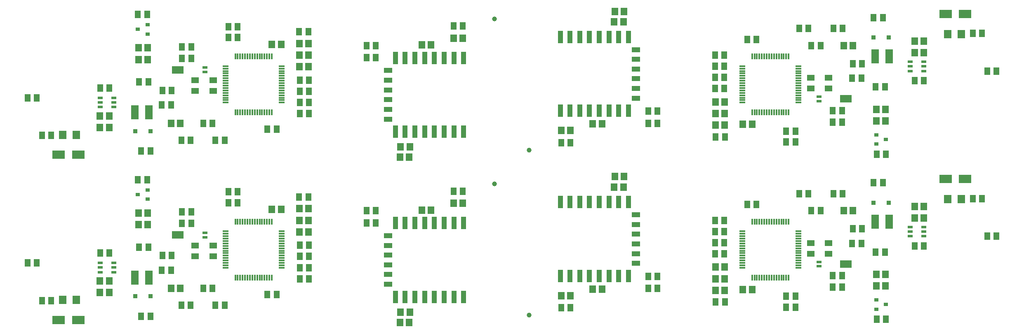
<source format=gtp>
G04*
G04 #@! TF.GenerationSoftware,Altium Limited,Altium Designer,23.3.1 (30)*
G04*
G04 Layer_Color=8421504*
%FSLAX25Y25*%
%MOIN*%
G70*
G04*
G04 #@! TF.SameCoordinates,1807A7FA-BBD2-43EF-8C31-EE1E2BFEB24F*
G04*
G04*
G04 #@! TF.FilePolarity,Positive*
G04*
G01*
G75*
%ADD10C,0.03937*%
%ADD11R,0.05118X0.05906*%
%ADD12R,0.03937X0.09843*%
%ADD13R,0.07087X0.03937*%
%ADD14R,0.05315X0.05906*%
%ADD15R,0.06299X0.04921*%
%ADD16R,0.04331X0.02362*%
%ADD17R,0.09449X0.05906*%
%ADD18R,0.06102X0.11811*%
%ADD19R,0.04724X0.01181*%
%ADD20R,0.01181X0.04724*%
%ADD21R,0.03543X0.03740*%
%ADD22R,0.06299X0.07087*%
%ADD23R,0.03543X0.03150*%
%ADD24R,0.09843X0.06693*%
D10*
X435433Y13780D02*
D03*
Y147638D02*
D03*
X407480Y120079D02*
D03*
Y253937D02*
D03*
D11*
X670965Y98425D02*
D03*
X663484D02*
D03*
X468701Y19685D02*
D03*
X461221D02*
D03*
X539075Y45276D02*
D03*
X531595D02*
D03*
X539075Y35433D02*
D03*
X531595D02*
D03*
X696457Y71850D02*
D03*
X703937D02*
D03*
X696949Y83662D02*
D03*
X704429D02*
D03*
X585532Y63484D02*
D03*
X593012D02*
D03*
X713681Y121063D02*
D03*
X721162D02*
D03*
X812992Y77756D02*
D03*
X805512D02*
D03*
X619095Y103347D02*
D03*
X611614D02*
D03*
X688189Y36417D02*
D03*
X680709D02*
D03*
X688189Y45768D02*
D03*
X680709D02*
D03*
X643110Y29035D02*
D03*
X650591D02*
D03*
X661122Y112205D02*
D03*
X653642D02*
D03*
X715354Y64961D02*
D03*
X722835D02*
D03*
X681201Y112205D02*
D03*
X688681D02*
D03*
X754331Y69882D02*
D03*
X746850D02*
D03*
X801378Y108268D02*
D03*
X793898D02*
D03*
X643110Y20177D02*
D03*
X650591D02*
D03*
X723819Y10335D02*
D03*
X716339D02*
D03*
X586024Y24360D02*
D03*
X593504D02*
D03*
X593012Y72534D02*
D03*
X585532D02*
D03*
X593012Y90633D02*
D03*
X585532D02*
D03*
X593012Y81583D02*
D03*
X585532D02*
D03*
X670965Y232283D02*
D03*
X663484D02*
D03*
X468701Y153543D02*
D03*
X461221D02*
D03*
X539075Y179134D02*
D03*
X531595D02*
D03*
X539075Y169291D02*
D03*
X531595D02*
D03*
X696457Y205709D02*
D03*
X703937D02*
D03*
X696949Y217520D02*
D03*
X704429D02*
D03*
X585532Y197343D02*
D03*
X593012D02*
D03*
X713681Y254921D02*
D03*
X721162D02*
D03*
X812992Y211614D02*
D03*
X805512D02*
D03*
X619095Y237205D02*
D03*
X611614D02*
D03*
X688189Y170276D02*
D03*
X680709D02*
D03*
X688189Y179626D02*
D03*
X680709D02*
D03*
X643110Y162894D02*
D03*
X650591D02*
D03*
X661122Y246063D02*
D03*
X653642D02*
D03*
X715354Y198819D02*
D03*
X722835D02*
D03*
X681201Y246063D02*
D03*
X688681D02*
D03*
X754331Y203740D02*
D03*
X746850D02*
D03*
X801378Y242126D02*
D03*
X793898D02*
D03*
X643110Y154035D02*
D03*
X650591D02*
D03*
X723819Y144193D02*
D03*
X716339D02*
D03*
X586024Y158219D02*
D03*
X593504D02*
D03*
X593012Y206392D02*
D03*
X585532D02*
D03*
X593012Y224491D02*
D03*
X585532D02*
D03*
X593012Y215442D02*
D03*
X585532D02*
D03*
X171949Y35433D02*
D03*
X179429D02*
D03*
X374213Y114173D02*
D03*
X381693D02*
D03*
X303839Y88583D02*
D03*
X311319D02*
D03*
X303839Y98425D02*
D03*
X311319D02*
D03*
X146457Y62008D02*
D03*
X138977D02*
D03*
X145965Y50197D02*
D03*
X138484D02*
D03*
X257382Y70374D02*
D03*
X249902D02*
D03*
X129232Y12795D02*
D03*
X121752D02*
D03*
X29921Y56102D02*
D03*
X37402D02*
D03*
X223819Y30512D02*
D03*
X231299D02*
D03*
X154724Y97441D02*
D03*
X162205D02*
D03*
X154724Y88090D02*
D03*
X162205D02*
D03*
X199803Y104823D02*
D03*
X192323D02*
D03*
X181791Y21654D02*
D03*
X189272D02*
D03*
X127559Y68898D02*
D03*
X120079D02*
D03*
X161713Y21654D02*
D03*
X154232D02*
D03*
X88583Y63976D02*
D03*
X96063D02*
D03*
X41536Y25591D02*
D03*
X49016D02*
D03*
X199803Y113681D02*
D03*
X192323D02*
D03*
X119095Y123524D02*
D03*
X126575D02*
D03*
X256890Y109498D02*
D03*
X249409D02*
D03*
X249902Y61324D02*
D03*
X257382D02*
D03*
X249902Y43225D02*
D03*
X257382D02*
D03*
X249902Y52275D02*
D03*
X257382D02*
D03*
X171949Y169291D02*
D03*
X179429D02*
D03*
X374213Y248031D02*
D03*
X381693D02*
D03*
X303839Y222441D02*
D03*
X311319D02*
D03*
X303839Y232283D02*
D03*
X311319D02*
D03*
X146457Y195866D02*
D03*
X138977D02*
D03*
X145965Y184055D02*
D03*
X138484D02*
D03*
X257382Y204232D02*
D03*
X249902D02*
D03*
X129232Y146653D02*
D03*
X121752D02*
D03*
X29921Y189961D02*
D03*
X37402D02*
D03*
X223819Y164370D02*
D03*
X231299D02*
D03*
X154724Y231299D02*
D03*
X162205D02*
D03*
X154724Y221949D02*
D03*
X162205D02*
D03*
X199803Y238681D02*
D03*
X192323D02*
D03*
X181791Y155512D02*
D03*
X189272D02*
D03*
X127559Y202756D02*
D03*
X120079D02*
D03*
X161713Y155512D02*
D03*
X154232D02*
D03*
X88583Y197835D02*
D03*
X96063D02*
D03*
X41536Y159449D02*
D03*
X49016D02*
D03*
X199803Y247539D02*
D03*
X192323D02*
D03*
X119095Y257382D02*
D03*
X126575D02*
D03*
X256890Y243356D02*
D03*
X249409D02*
D03*
X249902Y195183D02*
D03*
X257382D02*
D03*
X249902Y177083D02*
D03*
X257382D02*
D03*
X249902Y186133D02*
D03*
X257382D02*
D03*
D12*
X468406Y45472D02*
D03*
X476280D02*
D03*
X484154D02*
D03*
X492028D02*
D03*
X499902D02*
D03*
X507776D02*
D03*
X515650D02*
D03*
Y105315D02*
D03*
X507776D02*
D03*
X499902D02*
D03*
X492028D02*
D03*
X484154D02*
D03*
X476280D02*
D03*
X468406D02*
D03*
X460532D02*
D03*
Y45472D02*
D03*
X468406Y179331D02*
D03*
X476280D02*
D03*
X484154D02*
D03*
X492028D02*
D03*
X499902D02*
D03*
X507776D02*
D03*
X515650D02*
D03*
Y239173D02*
D03*
X507776D02*
D03*
X499902D02*
D03*
X492028D02*
D03*
X484154D02*
D03*
X476280D02*
D03*
X468406D02*
D03*
X460532D02*
D03*
Y179331D02*
D03*
X374508Y88386D02*
D03*
X366634D02*
D03*
X358760D02*
D03*
X350886D02*
D03*
X343012D02*
D03*
X335138D02*
D03*
X327264D02*
D03*
Y28543D02*
D03*
X335138D02*
D03*
X343012D02*
D03*
X350886D02*
D03*
X358760D02*
D03*
X366634D02*
D03*
X374508D02*
D03*
X382382D02*
D03*
Y88386D02*
D03*
X374508Y222244D02*
D03*
X366634D02*
D03*
X358760D02*
D03*
X350886D02*
D03*
X343012D02*
D03*
X335138D02*
D03*
X327264D02*
D03*
Y162402D02*
D03*
X335138D02*
D03*
X343012D02*
D03*
X350886D02*
D03*
X358760D02*
D03*
X366634D02*
D03*
X374508D02*
D03*
X382382D02*
D03*
Y222244D02*
D03*
D13*
X521555Y95079D02*
D03*
D03*
Y87205D02*
D03*
Y79331D02*
D03*
Y71457D02*
D03*
Y63583D02*
D03*
Y55709D02*
D03*
Y228937D02*
D03*
D03*
Y221063D02*
D03*
Y213189D02*
D03*
Y205315D02*
D03*
Y197441D02*
D03*
Y189567D02*
D03*
X321358Y38780D02*
D03*
D03*
Y46654D02*
D03*
Y54528D02*
D03*
Y62402D02*
D03*
Y70276D02*
D03*
Y78150D02*
D03*
Y172638D02*
D03*
D03*
Y180512D02*
D03*
Y188386D02*
D03*
Y196260D02*
D03*
Y204134D02*
D03*
Y212008D02*
D03*
D14*
X461221Y29528D02*
D03*
X468701D02*
D03*
X494291Y34941D02*
D03*
X486811D02*
D03*
X504035Y117618D02*
D03*
X511516D02*
D03*
X504528Y125984D02*
D03*
X512008D02*
D03*
X697047Y98425D02*
D03*
X689567D02*
D03*
X746949Y101870D02*
D03*
X754429D02*
D03*
Y92520D02*
D03*
X746949D02*
D03*
X608071Y34449D02*
D03*
X615551D02*
D03*
X715847Y37402D02*
D03*
X723327D02*
D03*
X715846Y46752D02*
D03*
X723327D02*
D03*
X593405Y33793D02*
D03*
X585925D02*
D03*
Y52658D02*
D03*
X593405D02*
D03*
X585925Y43225D02*
D03*
X593405D02*
D03*
X461221Y163386D02*
D03*
X468701D02*
D03*
X494291Y168799D02*
D03*
X486811D02*
D03*
X504035Y251476D02*
D03*
X511516D02*
D03*
X504528Y259842D02*
D03*
X512008D02*
D03*
X697047Y232283D02*
D03*
X689567D02*
D03*
X746949Y235728D02*
D03*
X754429D02*
D03*
Y226378D02*
D03*
X746949D02*
D03*
X608071Y168307D02*
D03*
X615551D02*
D03*
X715847Y171260D02*
D03*
X723327D02*
D03*
X715846Y180610D02*
D03*
X723327D02*
D03*
X593405Y167651D02*
D03*
X585925D02*
D03*
Y186516D02*
D03*
X593405D02*
D03*
X585925Y177083D02*
D03*
X593405D02*
D03*
X381693Y104331D02*
D03*
X374213D02*
D03*
X348622Y98917D02*
D03*
X356102D02*
D03*
X338878Y16240D02*
D03*
X331398D02*
D03*
X338386Y7874D02*
D03*
X330905D02*
D03*
X145866Y35433D02*
D03*
X153346D02*
D03*
X95965Y31988D02*
D03*
X88484D02*
D03*
Y41339D02*
D03*
X95965D02*
D03*
X234843Y99409D02*
D03*
X227362D02*
D03*
X127067Y96457D02*
D03*
X119587D02*
D03*
X127067Y87106D02*
D03*
X119587D02*
D03*
X249508Y100066D02*
D03*
X256988D02*
D03*
Y81201D02*
D03*
X249508D02*
D03*
X256988Y90633D02*
D03*
X249508D02*
D03*
X381693Y238189D02*
D03*
X374213D02*
D03*
X348622Y232776D02*
D03*
X356102D02*
D03*
X338878Y150099D02*
D03*
X331398D02*
D03*
X338386Y141732D02*
D03*
X330905D02*
D03*
X145866Y169291D02*
D03*
X153346D02*
D03*
X95965Y165847D02*
D03*
X88484D02*
D03*
Y175197D02*
D03*
X95965D02*
D03*
X234843Y233268D02*
D03*
X227362D02*
D03*
X127067Y230315D02*
D03*
X119587D02*
D03*
X127067Y220965D02*
D03*
X119587D02*
D03*
X249508Y233924D02*
D03*
X256988D02*
D03*
Y215059D02*
D03*
X249508D02*
D03*
X256988Y224492D02*
D03*
X249508D02*
D03*
D15*
X677461Y72244D02*
D03*
X662894Y63583D02*
D03*
Y72244D02*
D03*
X677461Y63583D02*
D03*
Y206102D02*
D03*
X662894Y197441D02*
D03*
Y206102D02*
D03*
X677461Y197441D02*
D03*
X165453Y61614D02*
D03*
X180020Y70276D02*
D03*
Y61614D02*
D03*
X165453Y70276D02*
D03*
Y195472D02*
D03*
X180020Y204134D02*
D03*
Y195472D02*
D03*
X165453Y204134D02*
D03*
D16*
X669587Y53346D02*
D03*
Y56890D02*
D03*
X754331Y77756D02*
D03*
Y81496D02*
D03*
Y85236D02*
D03*
X743307D02*
D03*
Y81496D02*
D03*
Y77756D02*
D03*
X669587Y187205D02*
D03*
Y190748D02*
D03*
X754331Y211614D02*
D03*
Y215354D02*
D03*
Y219095D02*
D03*
X743307D02*
D03*
Y215354D02*
D03*
Y211614D02*
D03*
X173327Y80512D02*
D03*
Y76968D02*
D03*
X88583Y56102D02*
D03*
Y52362D02*
D03*
Y48622D02*
D03*
X99606D02*
D03*
Y52362D02*
D03*
Y56102D02*
D03*
X173327Y214370D02*
D03*
Y210827D02*
D03*
X88583Y189961D02*
D03*
Y186220D02*
D03*
Y182480D02*
D03*
X99606D02*
D03*
Y186220D02*
D03*
Y189961D02*
D03*
D17*
X691437Y55118D02*
D03*
Y188977D02*
D03*
X151476Y78740D02*
D03*
Y212598D02*
D03*
D18*
X726181Y89567D02*
D03*
X714961D02*
D03*
X726181Y223425D02*
D03*
X714961D02*
D03*
X116732Y44291D02*
D03*
X127953D02*
D03*
X116732Y178150D02*
D03*
X127953D02*
D03*
D19*
X652953Y52165D02*
D03*
Y54134D02*
D03*
Y56102D02*
D03*
Y58071D02*
D03*
Y60039D02*
D03*
Y62008D02*
D03*
Y63976D02*
D03*
Y65945D02*
D03*
Y67914D02*
D03*
Y69882D02*
D03*
Y71851D02*
D03*
Y73819D02*
D03*
Y75788D02*
D03*
Y77756D02*
D03*
Y79725D02*
D03*
Y81693D02*
D03*
X607677D02*
D03*
Y79725D02*
D03*
Y77756D02*
D03*
Y75788D02*
D03*
Y73819D02*
D03*
Y71851D02*
D03*
Y69882D02*
D03*
Y67914D02*
D03*
Y65945D02*
D03*
Y63976D02*
D03*
Y62008D02*
D03*
Y60039D02*
D03*
Y58071D02*
D03*
Y56102D02*
D03*
Y54134D02*
D03*
Y52165D02*
D03*
X652953Y186024D02*
D03*
Y187992D02*
D03*
Y189961D02*
D03*
Y191929D02*
D03*
Y193898D02*
D03*
Y195866D02*
D03*
Y197835D02*
D03*
Y199803D02*
D03*
Y201772D02*
D03*
Y203740D02*
D03*
Y205709D02*
D03*
Y207677D02*
D03*
Y209646D02*
D03*
Y211614D02*
D03*
Y213583D02*
D03*
Y215551D02*
D03*
X607677D02*
D03*
Y213583D02*
D03*
Y211614D02*
D03*
Y209646D02*
D03*
Y207677D02*
D03*
Y205709D02*
D03*
Y203740D02*
D03*
Y201772D02*
D03*
Y199803D02*
D03*
Y197835D02*
D03*
Y195866D02*
D03*
Y193898D02*
D03*
Y191929D02*
D03*
Y189961D02*
D03*
Y187992D02*
D03*
Y186024D02*
D03*
X189961Y81693D02*
D03*
Y79724D02*
D03*
Y77756D02*
D03*
Y75787D02*
D03*
Y73819D02*
D03*
Y71850D02*
D03*
Y69882D02*
D03*
Y67913D02*
D03*
Y65945D02*
D03*
Y63976D02*
D03*
Y62008D02*
D03*
Y60039D02*
D03*
Y58071D02*
D03*
Y56102D02*
D03*
Y54134D02*
D03*
Y52165D02*
D03*
X235236D02*
D03*
Y54134D02*
D03*
Y56102D02*
D03*
Y58071D02*
D03*
Y60039D02*
D03*
Y62008D02*
D03*
Y63976D02*
D03*
Y65945D02*
D03*
Y67913D02*
D03*
Y69882D02*
D03*
Y71850D02*
D03*
Y73819D02*
D03*
Y75787D02*
D03*
Y77756D02*
D03*
Y79724D02*
D03*
Y81693D02*
D03*
X189961Y215551D02*
D03*
Y213583D02*
D03*
Y211614D02*
D03*
Y209646D02*
D03*
Y207677D02*
D03*
Y205709D02*
D03*
Y203740D02*
D03*
Y201772D02*
D03*
Y199803D02*
D03*
Y197835D02*
D03*
Y195866D02*
D03*
Y193898D02*
D03*
Y191929D02*
D03*
Y189961D02*
D03*
Y187992D02*
D03*
Y186024D02*
D03*
X235236D02*
D03*
Y187992D02*
D03*
Y189961D02*
D03*
Y191929D02*
D03*
Y193898D02*
D03*
Y195866D02*
D03*
Y197835D02*
D03*
Y199803D02*
D03*
Y201772D02*
D03*
Y203740D02*
D03*
Y205709D02*
D03*
Y207677D02*
D03*
Y209646D02*
D03*
Y211614D02*
D03*
Y213583D02*
D03*
Y215551D02*
D03*
D20*
X645079Y89567D02*
D03*
X643110D02*
D03*
X641142D02*
D03*
X639173D02*
D03*
X637205D02*
D03*
X635236D02*
D03*
X633268D02*
D03*
X631299D02*
D03*
X629331D02*
D03*
X627362D02*
D03*
X625394D02*
D03*
X623425D02*
D03*
X621457D02*
D03*
X619488D02*
D03*
X617520D02*
D03*
X615551D02*
D03*
Y44291D02*
D03*
X617520D02*
D03*
X619488D02*
D03*
X621457D02*
D03*
X623425D02*
D03*
X625394D02*
D03*
X627362D02*
D03*
X629331D02*
D03*
X631299D02*
D03*
X633268D02*
D03*
X635236D02*
D03*
X637205D02*
D03*
X639173D02*
D03*
X641142D02*
D03*
X643110D02*
D03*
X645079D02*
D03*
Y223425D02*
D03*
X643110D02*
D03*
X641142D02*
D03*
X639173D02*
D03*
X637205D02*
D03*
X635236D02*
D03*
X633268D02*
D03*
X631299D02*
D03*
X629331D02*
D03*
X627362D02*
D03*
X625394D02*
D03*
X623425D02*
D03*
X621457D02*
D03*
X619488D02*
D03*
X617520D02*
D03*
X615551D02*
D03*
Y178150D02*
D03*
X617520D02*
D03*
X619488D02*
D03*
X621457D02*
D03*
X623425D02*
D03*
X625394D02*
D03*
X627362D02*
D03*
X629331D02*
D03*
X631299D02*
D03*
X633268D02*
D03*
X635236D02*
D03*
X637205D02*
D03*
X639173D02*
D03*
X641142D02*
D03*
X643110D02*
D03*
X645079D02*
D03*
X197835Y44291D02*
D03*
X199803D02*
D03*
X201772D02*
D03*
X203740D02*
D03*
X205709D02*
D03*
X207677D02*
D03*
X209646D02*
D03*
X211614D02*
D03*
X213583D02*
D03*
X215551D02*
D03*
X217520D02*
D03*
X219488D02*
D03*
X221457D02*
D03*
X223425D02*
D03*
X225394D02*
D03*
X227362D02*
D03*
Y89567D02*
D03*
X225394D02*
D03*
X223425D02*
D03*
X221457D02*
D03*
X219488D02*
D03*
X217520D02*
D03*
X215551D02*
D03*
X213583D02*
D03*
X211614D02*
D03*
X209646D02*
D03*
X207677D02*
D03*
X205709D02*
D03*
X203740D02*
D03*
X201772D02*
D03*
X199803D02*
D03*
X197835D02*
D03*
Y178150D02*
D03*
X199803D02*
D03*
X201772D02*
D03*
X203740D02*
D03*
X205709D02*
D03*
X207677D02*
D03*
X209646D02*
D03*
X211614D02*
D03*
X213583D02*
D03*
X215551D02*
D03*
X217520D02*
D03*
X219488D02*
D03*
X221457D02*
D03*
X223425D02*
D03*
X225394D02*
D03*
X227362D02*
D03*
Y223425D02*
D03*
X225394D02*
D03*
X223425D02*
D03*
X221457D02*
D03*
X219488D02*
D03*
X217520D02*
D03*
X215551D02*
D03*
X213583D02*
D03*
X211614D02*
D03*
X209646D02*
D03*
X207677D02*
D03*
X205709D02*
D03*
X203740D02*
D03*
X201772D02*
D03*
X199803D02*
D03*
X197835D02*
D03*
D21*
X713681Y104823D02*
D03*
X726083D02*
D03*
X713681Y238681D02*
D03*
X726083D02*
D03*
X129232Y29035D02*
D03*
X116831D02*
D03*
X129232Y162894D02*
D03*
X116831D02*
D03*
D22*
X773524Y107776D02*
D03*
X784547D02*
D03*
X773524Y241634D02*
D03*
X784547D02*
D03*
X69390Y26083D02*
D03*
X58366D02*
D03*
X69390Y159941D02*
D03*
X58366D02*
D03*
D23*
X715945Y18602D02*
D03*
X723819Y22343D02*
D03*
X715945Y26083D02*
D03*
Y152461D02*
D03*
X723819Y156201D02*
D03*
X715945Y159941D02*
D03*
X126969Y115256D02*
D03*
X119095Y111516D02*
D03*
X126969Y107776D02*
D03*
Y249114D02*
D03*
X119095Y245374D02*
D03*
X126969Y241634D02*
D03*
D24*
X787795Y124016D02*
D03*
X772047D02*
D03*
X787795Y257874D02*
D03*
X772047D02*
D03*
X55118Y9843D02*
D03*
X70866D02*
D03*
X55118Y143701D02*
D03*
X70866D02*
D03*
M02*

</source>
